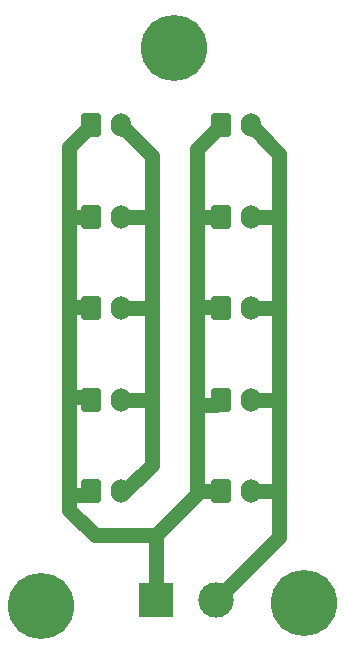
<source format=gbr>
%TF.GenerationSoftware,KiCad,Pcbnew,7.0.9*%
%TF.CreationDate,2024-03-13T22:19:24+01:00*%
%TF.ProjectId,Backlighting_LEDModule_PCB,4261636b-6c69-4676-9874-696e675f4c45,rev?*%
%TF.SameCoordinates,Original*%
%TF.FileFunction,Copper,L2,Bot*%
%TF.FilePolarity,Positive*%
%FSLAX46Y46*%
G04 Gerber Fmt 4.6, Leading zero omitted, Abs format (unit mm)*
G04 Created by KiCad (PCBNEW 7.0.9) date 2024-03-13 22:19:24*
%MOMM*%
%LPD*%
G01*
G04 APERTURE LIST*
G04 Aperture macros list*
%AMRoundRect*
0 Rectangle with rounded corners*
0 $1 Rounding radius*
0 $2 $3 $4 $5 $6 $7 $8 $9 X,Y pos of 4 corners*
0 Add a 4 corners polygon primitive as box body*
4,1,4,$2,$3,$4,$5,$6,$7,$8,$9,$2,$3,0*
0 Add four circle primitives for the rounded corners*
1,1,$1+$1,$2,$3*
1,1,$1+$1,$4,$5*
1,1,$1+$1,$6,$7*
1,1,$1+$1,$8,$9*
0 Add four rect primitives between the rounded corners*
20,1,$1+$1,$2,$3,$4,$5,0*
20,1,$1+$1,$4,$5,$6,$7,0*
20,1,$1+$1,$6,$7,$8,$9,0*
20,1,$1+$1,$8,$9,$2,$3,0*%
G04 Aperture macros list end*
%TA.AperFunction,ComponentPad*%
%ADD10RoundRect,0.250000X-0.600000X-0.750000X0.600000X-0.750000X0.600000X0.750000X-0.600000X0.750000X0*%
%TD*%
%TA.AperFunction,ComponentPad*%
%ADD11O,1.700000X2.000000*%
%TD*%
%TA.AperFunction,ComponentPad*%
%ADD12R,3.000000X3.000000*%
%TD*%
%TA.AperFunction,ComponentPad*%
%ADD13C,3.000000*%
%TD*%
%TA.AperFunction,ComponentPad*%
%ADD14C,3.600000*%
%TD*%
%TA.AperFunction,ConnectorPad*%
%ADD15C,5.600000*%
%TD*%
%TA.AperFunction,Conductor*%
%ADD16C,1.270000*%
%TD*%
G04 APERTURE END LIST*
D10*
%TO.P,J4,1,Pin_1*%
%TO.N,N/C*%
X109750000Y-69750000D03*
D11*
%TO.P,J4,2,Pin_2*%
X112250000Y-69750000D03*
%TD*%
D12*
%TO.P,J11,1,Pin_1*%
%TO.N,N/C*%
X115250000Y-102250000D03*
D13*
%TO.P,J11,2,Pin_2*%
X120330000Y-102250000D03*
%TD*%
D10*
%TO.P,J6,1,Pin_1*%
%TO.N,N/C*%
X120750000Y-93000000D03*
D11*
%TO.P,J6,2,Pin_2*%
X123250000Y-93000000D03*
%TD*%
D10*
%TO.P,J3,1,Pin_1*%
%TO.N,N/C*%
X109750000Y-77500000D03*
D11*
%TO.P,J3,2,Pin_2*%
X112250000Y-77500000D03*
%TD*%
D10*
%TO.P,J7,1,Pin_1*%
%TO.N,N/C*%
X120750000Y-85250000D03*
D11*
%TO.P,J7,2,Pin_2*%
X123250000Y-85250000D03*
%TD*%
D14*
%TO.P,H1,1*%
%TO.N,N/C*%
X127750000Y-102500000D03*
D15*
X127750000Y-102500000D03*
%TD*%
D14*
%TO.P,H3,1*%
%TO.N,N/C*%
X105500000Y-102750000D03*
D15*
X105500000Y-102750000D03*
%TD*%
D10*
%TO.P,J1,1,Pin_1*%
%TO.N,N/C*%
X109750000Y-93000000D03*
D11*
%TO.P,J1,2,Pin_2*%
X112250000Y-93000000D03*
%TD*%
D10*
%TO.P,J5,1,Pin_1*%
%TO.N,N/C*%
X109750000Y-62000000D03*
D11*
%TO.P,J5,2,Pin_2*%
X112250000Y-62000000D03*
%TD*%
D10*
%TO.P,J9,1,Pin_1*%
%TO.N,N/C*%
X120750000Y-69750000D03*
D11*
%TO.P,J9,2,Pin_2*%
X123250000Y-69750000D03*
%TD*%
D10*
%TO.P,J8,1,Pin_1*%
%TO.N,N/C*%
X120750000Y-77500000D03*
D11*
%TO.P,J8,2,Pin_2*%
X123250000Y-77500000D03*
%TD*%
D10*
%TO.P,J10,1,Pin_1*%
%TO.N,N/C*%
X120750000Y-62000000D03*
D11*
%TO.P,J10,2,Pin_2*%
X123250000Y-62000000D03*
%TD*%
D10*
%TO.P,J2,1,Pin_1*%
%TO.N,N/C*%
X109750000Y-85250000D03*
D11*
%TO.P,J2,2,Pin_2*%
X112250000Y-85250000D03*
%TD*%
D14*
%TO.P,H2,1*%
%TO.N,N/C*%
X116750000Y-55500000D03*
D15*
X116750000Y-55500000D03*
%TD*%
D16*
%TO.N,*%
X114870000Y-69795000D02*
X114870000Y-64620000D01*
X125665000Y-77415000D02*
X125665000Y-69795000D01*
X125665000Y-64415000D02*
X123250000Y-62000000D01*
X112250000Y-77500000D02*
X114785000Y-77500000D01*
X123250000Y-93000000D02*
X125375000Y-93000000D01*
X123250000Y-69750000D02*
X125620000Y-69750000D01*
X120330000Y-102250000D02*
X125665000Y-96915000D01*
X125665000Y-96915000D02*
X125665000Y-93290000D01*
X125665000Y-93290000D02*
X125665000Y-85035000D01*
X123250000Y-77500000D02*
X125580000Y-77500000D01*
X114825000Y-69750000D02*
X114870000Y-69795000D01*
X125665000Y-85035000D02*
X125665000Y-77415000D01*
X125580000Y-77500000D02*
X125665000Y-77415000D01*
X125620000Y-69750000D02*
X125665000Y-69795000D01*
X123250000Y-85250000D02*
X125450000Y-85250000D01*
X112250000Y-85250000D02*
X114655000Y-85250000D01*
X114870000Y-64620000D02*
X112250000Y-62000000D01*
X112620000Y-93000000D02*
X114870000Y-90750000D01*
X114870000Y-77415000D02*
X114870000Y-69795000D01*
X114870000Y-85035000D02*
X114870000Y-77415000D01*
X114870000Y-90750000D02*
X114870000Y-85035000D01*
X125665000Y-69795000D02*
X125665000Y-64415000D01*
X114785000Y-77500000D02*
X114870000Y-77415000D01*
X125450000Y-85250000D02*
X125665000Y-85035000D01*
X112250000Y-93000000D02*
X112620000Y-93000000D01*
X114655000Y-85250000D02*
X114870000Y-85035000D01*
X112250000Y-69750000D02*
X114825000Y-69750000D01*
X107885000Y-94560000D02*
X107885000Y-93290000D01*
X109460000Y-93290000D02*
X109750000Y-93000000D01*
X115250000Y-96720000D02*
X118970000Y-93000000D01*
X107885000Y-69795000D02*
X109705000Y-69795000D01*
X118680000Y-69795000D02*
X120705000Y-69795000D01*
X107885000Y-93290000D02*
X107885000Y-85035000D01*
X109535000Y-85035000D02*
X109750000Y-85250000D01*
X118970000Y-93000000D02*
X118680000Y-92710000D01*
X118680000Y-85670000D02*
X118680000Y-77415000D01*
X118680000Y-92710000D02*
X118680000Y-85670000D01*
X118680000Y-77415000D02*
X118680000Y-69795000D01*
X118680000Y-85670000D02*
X120330000Y-85670000D01*
X107885000Y-93290000D02*
X109460000Y-93290000D01*
X107885000Y-77415000D02*
X109665000Y-77415000D01*
X120665000Y-77415000D02*
X120750000Y-77500000D01*
X109705000Y-69795000D02*
X109750000Y-69750000D01*
X118680000Y-64070000D02*
X120750000Y-62000000D01*
X118680000Y-77415000D02*
X120665000Y-77415000D01*
X107885000Y-85035000D02*
X109535000Y-85035000D01*
X109665000Y-77415000D02*
X109750000Y-77500000D01*
X118970000Y-93000000D02*
X120750000Y-93000000D01*
X107885000Y-77415000D02*
X107885000Y-69795000D01*
X120330000Y-85670000D02*
X120750000Y-85250000D01*
X115250000Y-96720000D02*
X110045000Y-96720000D01*
X107885000Y-63865000D02*
X109750000Y-62000000D01*
X107885000Y-69795000D02*
X107885000Y-63865000D01*
X107885000Y-85035000D02*
X107885000Y-77415000D01*
X120705000Y-69795000D02*
X120750000Y-69750000D01*
X125375000Y-93000000D02*
X125665000Y-93290000D01*
X110045000Y-96720000D02*
X107885000Y-94560000D01*
X115250000Y-102250000D02*
X115250000Y-96720000D01*
X118680000Y-69795000D02*
X118680000Y-64070000D01*
%TD*%
M02*

</source>
